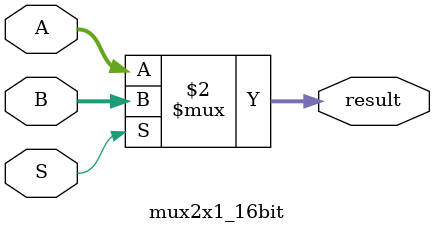
<source format=v>
module mux2x1_16bit(
	input [15:0] A, B,
   input S,
   output [15:0] result);
	
   assign result = (S == 1'b0) ? A : B;
	
endmodule

</source>
